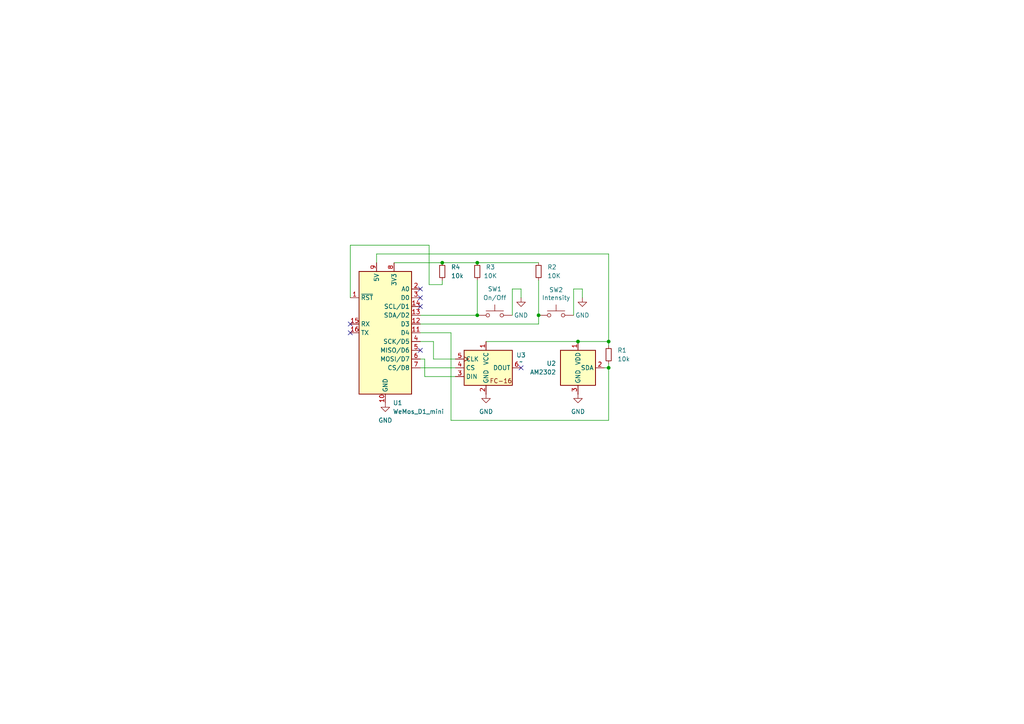
<source format=kicad_sch>
(kicad_sch (version 20231120) (generator "eeschema") (generator_version "8.0")
  (paper "A4")
  (title_block (title "Binary clock with temperature and humidity") (date "2024-09-03") (rev "0.1"))
  (lib_symbols
    (symbol "Device:R_Small" (pin_numbers hide) (pin_names (offset 0.254) hide)
      (property "Reference" "R" (at 0.762 0.508 0))
      (property "Value" "R_Small" (at 0.762 -1.016 0))
      (symbol "R_Small_0_1"
        (rectangle (start -0.762 1.778) (end 0.762 -1.778) (stroke (width 0.2032)))
      )
      (symbol "R_Small_1_1"
        (pin passive line (at 0 2.54 270) (length 0.762) (name "~") (number "1"))
        (pin passive line (at 0 -2.54 90) (length 0.762) (name "~") (number "2"))
      )
    )
    (symbol "FC-16_1"
      (property "Reference" "U3" (at 20.32 11.3032 0))
      (property "Value" "~" (at 20.32 9.3981 0))
      (symbol "FC-16_1_1_1"
        (rectangle (start 3.81 12.7) (end 17.78 2.54) (stroke (width 0.254)) (fill (type background)))
        (text "FC-16\n" (at 14.478 3.81 0) (effects (font (size 1.27 1.27))))
        (pin input line (at 10.16 15.24 270) (length 2.54) (name "VCC") (number "1"))
        (pin input line (at 10.16 0 90) (length 2.54) (name "GND") (number "2"))
        (pin input line (at 1.27 5.08 0) (length 2.54) (name "DIN") (number "3"))
        (pin input line (at 1.27 7.62 0) (length 2.54) (name "CS") (number "4"))
        (pin input clock (at 1.27 10.16 0) (length 2.54) (name "CLK") (number "5"))
        (pin output line (at 20.32 7.62 180) (length 2.54) (name "DOUT") (number "6"))
      )
    )
    (symbol "MCU_Module:WeMos_D1_mini"
      (property "Reference" "U" (at 3.81 19.05 0))
      (property "Value" "WeMos_D1_mini" (at 1.27 -19.05 0))
      (symbol "WeMos_D1_mini_1_1"
        (rectangle (start -7.62 17.78) (end 7.62 -17.78) (stroke (width 0.254)) (fill (type background)))
        (pin input line (at -10.16 10.16 0) (length 2.54) (name "~{RST}") (number "1"))
        (pin power_in line (at 0 -20.32 90) (length 2.54) (name "GND") (number "10"))
        (pin bidirectional line (at 10.16 0 180) (length 2.54) (name "D4") (number "11"))
        (pin bidirectional line (at 10.16 2.54 180) (length 2.54) (name "D3") (number "12"))
        (pin bidirectional line (at 10.16 5.08 180) (length 2.54) (name "SDA/D2") (number "13"))
        (pin bidirectional line (at 10.16 7.62 180) (length 2.54) (name "SCL/D1") (number "14"))
        (pin input line (at -10.16 2.54 0) (length 2.54) (name "RX") (number "15"))
        (pin output line (at -10.16 0 0) (length 2.54) (name "TX") (number "16"))
        (pin input line (at 10.16 12.7 180) (length 2.54) (name "A0") (number "2"))
        (pin bidirectional line (at 10.16 10.16 180) (length 2.54) (name "D0") (number "3"))
        (pin bidirectional line (at 10.16 -2.54 180) (length 2.54) (name "SCK/D5") (number "4"))
        (pin bidirectional line (at 10.16 -5.08 180) (length 2.54) (name "MISO/D6") (number "5"))
        (pin bidirectional line (at 10.16 -7.62 180) (length 2.54) (name "MOSI/D7") (number "6"))
        (pin bidirectional line (at 10.16 -10.16 180) (length 2.54) (name "CS/D8") (number "7"))
        (pin power_out line (at 2.54 20.32 270) (length 2.54) (name "3V3") (number "8"))
        (pin power_in line (at -2.54 20.32 270) (length 2.54) (name "5V") (number "9"))
      )
    )
    (symbol "Sensor:AM2302"
      (property "Reference" "U" (at -3.81 6.35 0))
      (property "Value" "AM2302" (at 3.81 6.35 0))
      (symbol "AM2302_0_1"
        (rectangle (start -5.08 5.08) (end 5.08 -5.08) (stroke (width 0.254)) (fill (type background)))
      )
      (symbol "AM2302_1_1"
        (pin power_in line (at 0 7.62 270) (length 2.54) (name "VDD") (number "1"))
        (pin bidirectional line (at 7.62 0 180) (length 2.54) (name "SDA") (number "2"))
        (pin power_in line (at 0 -7.62 90) (length 2.54) (name "GND") (number "3"))
        (pin passive line (at 0 -7.62 90) (length 2.54) hide (name "GND") (number "4"))
      )
    )
    (symbol "Switch:SW_Push" (pin_numbers hide) (pin_names (offset 1.016) hide)
      (property "Reference" "SW" (at 1.27 2.54 0))
      (property "Value" "SW_Push" (at 0 -1.524 0))
      (symbol "SW_Push_0_1"
        (circle (center -2.032 0) (radius 0.508))
        (polyline (pts (xy 0 1.27) (xy 0 3.048)))
        (polyline (pts (xy 2.54 1.27) (xy -2.54 1.27)))
        (circle (center 2.032 0) (radius 0.508))
        (pin passive line (at -5.08 0 0) (length 2.54) (name "1") (number "1"))
        (pin passive line (at 5.08 0 180) (length 2.54) (name "2") (number "2"))
      )
    )
    (symbol "power:GND" (power) (pin_numbers hide) (pin_names (offset 0) hide)
      (property "Value" "GND" (at 0 -3.81 0))
      (symbol "GND_0_1"
        (polyline (pts (xy 0 0) (xy 0 -1.27) (xy 1.27 -1.27) (xy 0 -2.54) (xy -1.27 -1.27) (xy 0 -1.27)))
      )
      (symbol "GND_1_1"
        (pin power_in line (at 0 0 270) (length 0) (name "~") (number "1"))
      )
    )
  )
  (junction (at 138.43 76.2))
  (junction (at 176.53 106.68))
  (junction (at 156.21 91.44))
  (junction (at 138.43 91.44))
  (junction (at 176.53 99.06))
  (junction (at 128.27 76.2))
  (junction (at 167.64 99.06))
  (no_connect (at 151.13 106.68))
  (no_connect (at 121.92 86.36))
  (no_connect (at 121.92 83.82))
  (no_connect (at 121.92 88.9))
  (no_connect (at 101.6 93.98))
  (no_connect (at 101.6 96.52))
  (no_connect (at 121.92 101.6))
  (wire (pts (xy 148.59 83.82) (xy 151.13 83.82)))
  (wire (pts (xy 148.59 83.82) (xy 148.59 91.44)))
  (wire (pts (xy 121.92 93.98) (xy 156.21 93.98)))
  (wire (pts (xy 176.53 73.66) (xy 176.53 99.06)))
  (wire (pts (xy 128.27 76.2) (xy 138.43 76.2)))
  (wire (pts (xy 167.64 99.06) (xy 176.53 99.06)))
  (wire (pts (xy 128.27 81.28) (xy 128.27 82.55)))
  (wire (pts (xy 121.92 91.44) (xy 138.43 91.44)))
  (wire (pts (xy 166.37 83.82) (xy 166.37 91.44)))
  (wire (pts (xy 101.6 86.36) (xy 101.6 71.12)))
  (wire (pts (xy 176.53 105.41) (xy 176.53 106.68)))
  (wire (pts (xy 101.6 71.12) (xy 124.46 71.12)))
  (wire (pts (xy 168.91 83.82) (xy 168.91 86.36)))
  (wire (pts (xy 176.53 121.92) (xy 176.53 106.68)))
  (wire (pts (xy 176.53 106.68) (xy 175.26 106.68)))
  (wire (pts (xy 109.22 73.66) (xy 109.22 76.2)))
  (wire (pts (xy 125.73 104.14) (xy 125.73 99.06)))
  (wire (pts (xy 138.43 76.2) (xy 156.21 76.2)))
  (wire (pts (xy 130.81 96.52) (xy 130.81 121.92)))
  (wire (pts (xy 176.53 99.06) (xy 176.53 100.33)))
  (wire (pts (xy 166.37 83.82) (xy 168.91 83.82)))
  (wire (pts (xy 121.92 96.52) (xy 130.81 96.52)))
  (wire (pts (xy 114.3 76.2) (xy 128.27 76.2)))
  (wire (pts (xy 121.92 99.06) (xy 125.73 99.06)))
  (wire (pts (xy 124.46 71.12) (xy 124.46 82.55)))
  (wire (pts (xy 151.13 83.82) (xy 151.13 86.36)))
  (wire (pts (xy 130.81 121.92) (xy 176.53 121.92)))
  (wire (pts (xy 125.73 104.14) (xy 132.08 104.14)))
  (wire (pts (xy 138.43 81.28) (xy 138.43 91.44)))
  (wire (pts (xy 123.19 109.22) (xy 123.19 104.14)))
  (wire (pts (xy 124.46 82.55) (xy 128.27 82.55)))
  (wire (pts (xy 123.19 104.14) (xy 121.92 104.14)))
  (wire (pts (xy 156.21 81.28) (xy 156.21 91.44)))
  (wire (pts (xy 140.97 99.06) (xy 167.64 99.06)))
  (wire (pts (xy 156.21 91.44) (xy 156.21 93.98)))
  (wire (pts (xy 176.53 73.66) (xy 109.22 73.66)))
  (wire (pts (xy 123.19 109.22) (xy 132.08 109.22)))
  (wire (pts (xy 121.92 106.68) (xy 132.08 106.68)))
  (symbol (lib_id "power:GND") (at 111.76 116.84 0) (unit 1)
    (property "Reference" "#PWR01" (effects (hide yes)))
    (property "Value" "GND" (at 111.76 121.92 0))
    (property "Description" "Power symbol creates a global label with name \"GND\" , ground" (effects (hide yes)))
  )
  (symbol (lib_id "power:GND") (at 167.64 114.3 0) (unit 1)
    (property "Reference" "#PWR04" (effects (hide yes)))
    (property "Value" "GND" (at 167.64 119.38 0))
    (property "Description" "Power symbol creates a global label with name \"GND\" , ground" (effects (hide yes)))
  )
  (symbol (lib_id "MCU_Module:WeMos_D1_mini") (at 111.76 96.52 0) (unit 1)
    (property "Reference" "U1" (at 113.9541 116.84 0) (effects (justify left)))
    (property "Value" "WeMos_D1_mini" (at 113.9541 119.38 0) (effects (justify left)))
    (property "Footprint" "Module:WEMOS_D1_mini_light" (effects (hide yes)))
    (property "Datasheet" "https://wiki.wemos.cc/products:d1:d1_mini#documentation" (effects (hide yes)))
    (property "Description" "32-bit microcontroller module with WiFi" (effects (hide yes)))
  )
  (symbol (lib_id "Sensor:AM2302") (at 167.64 106.68 0) (unit 1)
    (property "Reference" "U2" (at 161.29 105.4099 0) (effects (justify right)))
    (property "Value" "AM2302" (at 161.29 107.9499 0) (effects (justify right)))
    (property "Footprint" "Sensor:ASAIR_AM2302_P2.54mm_Lead2.75mm_TabDown" (effects (hide yes)))
    (property "Datasheet" "http://akizukidenshi.com/download/ds/aosong/AM2302.pdf" (effects (hide yes)))
    (property "Description" "3.3 to 5.0V, Temperature and humidity module,  DHT22, AM2302" (effects (hide yes)))
  )
  (symbol (lib_id "power:GND") (at 168.91 86.36 0) (unit 1)
    (property "Reference" "#PWR02" (effects (hide yes)))
    (property "Value" "GND" (at 168.91 91.44 0))
    (property "Description" "Power symbol creates a global label with name \"GND\" , ground" (effects (hide yes)))
  )
  (symbol (lib_id "power:GND") (at 151.13 86.36 0) (unit 1)
    (property "Reference" "#PWR03" (effects (hide yes)))
    (property "Value" "GND" (at 151.13 91.44 0))
    (property "Description" "Power symbol creates a global label with name \"GND\" , ground" (effects (hide yes)))
  )
  (symbol (lib_id "Switch:SW_Push") (at 161.29 91.44 0) (unit 1)
    (property "Reference" "SW2" (at 161.29 84.074 0))
    (property "Value" "Intensity" (at 161.29 86.36 0))
    (property "Footprint" "Button_Switch_THT:SW_PUSH-12mm" (effects (hide yes)))
    (property "Description" "Push button switch, generic, two pins" (effects (hide yes)))
  )
  (symbol (lib_id "Switch:SW_Push") (at 143.51 91.44 0) (unit 1)
    (property "Reference" "SW1" (at 143.51 83.82 0))
    (property "Value" "On/Off" (at 143.51 86.36 0))
    (property "Footprint" "Button_Switch_THT:SW_PUSH-12mm" (effects (hide yes)))
    (property "Description" "Push button switch, generic, two pins" (effects (hide yes)))
  )
  (symbol (lib_id "Device:R_Small") (at 176.53 102.87 180) (unit 1)
    (property "Reference" "R1" (at 179.07 101.5999 0) (effects (justify right)))
    (property "Value" "10k" (at 179.07 104.1399 0) (effects (justify right)))
    (property "Footprint" "Resistor_THT:R_Axial_DIN0207_L6.3mm_D2.5mm_P10.16mm_Horizontal" (effects (hide yes)))
    (property "Description" "Resistor, small symbol" (effects (hide yes)))
  )
  (symbol (lib_name "FC-16_1") (lib_id "Driver_LED:FC-16") (at 130.81 114.3 0) (unit 1)
    (property "Reference" "U3" (at 151.13 102.9968 0))
    (property "Value" "~" (at 151.13 104.9019 0))
    (property "Footprint" "LED_THT:FC-16" (effects (hide yes)))
  )
  (symbol (lib_id "Device:R_Small") (at 138.43 78.74 180) (unit 1)
    (property "Reference" "R3" (at 142.24 77.47 0))
    (property "Value" "10K" (at 142.24 80.01 0))
    (property "Footprint" "Resistor_THT:R_Axial_DIN0207_L6.3mm_D2.5mm_P10.16mm_Horizontal" (effects (hide yes)))
    (property "Description" "Resistor, small symbol" (effects (hide yes)))
  )
  (symbol (lib_id "Device:R_Small") (at 156.21 78.74 0) (unit 1)
    (property "Reference" "R2" (at 158.75 77.4699 0) (effects (justify left)))
    (property "Value" "10K" (at 158.75 80.0099 0) (effects (justify left)))
    (property "Footprint" "Resistor_THT:R_Axial_DIN0207_L6.3mm_D2.5mm_P10.16mm_Horizontal" (effects (hide yes)))
    (property "Description" "Resistor, small symbol" (effects (hide yes)))
  )
  (symbol (lib_id "Device:R_Small") (at 128.27 78.74 0) (unit 1)
    (property "Reference" "R4" (at 130.81 77.4699 0) (effects (justify left)))
    (property "Value" "10k" (at 130.81 80.0099 0) (effects (justify left)))
    (property "Footprint" "Resistor_THT:R_Axial_DIN0207_L6.3mm_D2.5mm_P10.16mm_Horizontal" (effects (hide yes)))
    (property "Description" "Resistor, small symbol" (effects (hide yes)))
  )
  (symbol (lib_id "power:GND") (at 140.97 114.3 0) (unit 1)
    (property "Reference" "#PWR05" (effects (hide yes)))
    (property "Value" "GND" (at 140.97 119.38 0))
    (property "Description" "Power symbol creates a global label with name \"GND\" , ground" (effects (hide yes)))
  )
)
</source>
